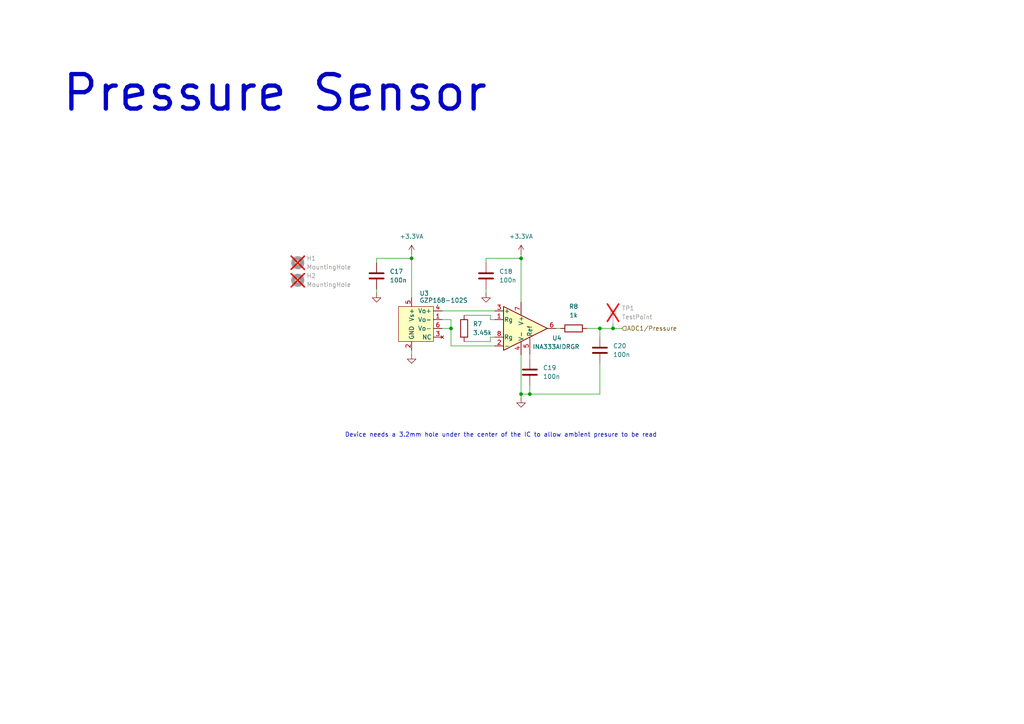
<source format=kicad_sch>
(kicad_sch
	(version 20250114)
	(generator "eeschema")
	(generator_version "9.0")
	(uuid "a2d8bec4-5697-465e-9da2-a6a2a4c462d3")
	(paper "A4")
	(lib_symbols
		(symbol "Amplifier_Instrumentation:INA333xxDGK"
			(pin_names
				(offset 0.127)
			)
			(exclude_from_sim no)
			(in_bom yes)
			(on_board yes)
			(property "Reference" "U"
				(at 3.81 3.175 0)
				(effects
					(font
						(size 1.27 1.27)
					)
					(justify left)
				)
			)
			(property "Value" "INA333xxDGK"
				(at 3.81 -3.175 0)
				(effects
					(font
						(size 1.27 1.27)
					)
					(justify left)
				)
			)
			(property "Footprint" "Package_SO:VSSOP-8_3x3mm_P0.65mm"
				(at 0 -7.62 0)
				(effects
					(font
						(size 1.27 1.27)
					)
					(hide yes)
				)
			)
			(property "Datasheet" "https://www.ti.com/lit/ds/symlink/ina333.pdf"
				(at 2.54 0 0)
				(effects
					(font
						(size 1.27 1.27)
					)
					(hide yes)
				)
			)
			(property "Description" "Zero Drift, Micropower Instrumentation Amplifier G = 1 + 100kOhm/Rg, VSSOP-8"
				(at 0 0 0)
				(effects
					(font
						(size 1.27 1.27)
					)
					(hide yes)
				)
			)
			(property "ki_keywords" "instrumentation opamp amplifier"
				(at 0 0 0)
				(effects
					(font
						(size 1.27 1.27)
					)
					(hide yes)
				)
			)
			(property "ki_fp_filters" "VSSOP*3x3mm*P0.65mm*"
				(at 0 0 0)
				(effects
					(font
						(size 1.27 1.27)
					)
					(hide yes)
				)
			)
			(symbol "INA333xxDGK_0_1"
				(polyline
					(pts
						(xy 7.62 0) (xy -5.08 6.35) (xy -5.08 -6.35) (xy 7.62 0)
					)
					(stroke
						(width 0.254)
						(type default)
					)
					(fill
						(type background)
					)
				)
			)
			(symbol "INA333xxDGK_1_1"
				(pin input line
					(at -7.62 5.08 0)
					(length 2.54)
					(name "+"
						(effects
							(font
								(size 1.27 1.27)
							)
						)
					)
					(number "3"
						(effects
							(font
								(size 1.27 1.27)
							)
						)
					)
				)
				(pin passive line
					(at -7.62 2.54 0)
					(length 2.54)
					(name "Rg"
						(effects
							(font
								(size 1.27 1.27)
							)
						)
					)
					(number "1"
						(effects
							(font
								(size 1.27 1.27)
							)
						)
					)
				)
				(pin passive line
					(at -7.62 -2.54 0)
					(length 2.54)
					(name "Rg"
						(effects
							(font
								(size 1.27 1.27)
							)
						)
					)
					(number "8"
						(effects
							(font
								(size 1.27 1.27)
							)
						)
					)
				)
				(pin input line
					(at -7.62 -5.08 0)
					(length 2.54)
					(name "-"
						(effects
							(font
								(size 1.27 1.27)
							)
						)
					)
					(number "2"
						(effects
							(font
								(size 1.27 1.27)
							)
						)
					)
				)
				(pin power_in line
					(at 0 7.62 270)
					(length 3.81)
					(name "V+"
						(effects
							(font
								(size 1.27 1.27)
							)
						)
					)
					(number "7"
						(effects
							(font
								(size 1.27 1.27)
							)
						)
					)
				)
				(pin power_in line
					(at 0 -7.62 90)
					(length 3.81)
					(name "V-"
						(effects
							(font
								(size 1.27 1.27)
							)
						)
					)
					(number "4"
						(effects
							(font
								(size 1.27 1.27)
							)
						)
					)
				)
				(pin input line
					(at 2.54 -7.62 90)
					(length 5.08)
					(name "Ref"
						(effects
							(font
								(size 1.27 1.27)
							)
						)
					)
					(number "5"
						(effects
							(font
								(size 1.27 1.27)
							)
						)
					)
				)
				(pin output line
					(at 10.16 0 180)
					(length 2.54)
					(name "~"
						(effects
							(font
								(size 1.27 1.27)
							)
						)
					)
					(number "6"
						(effects
							(font
								(size 1.27 1.27)
							)
						)
					)
				)
			)
			(embedded_fonts no)
		)
		(symbol "Connector:TestPoint"
			(pin_numbers
				(hide yes)
			)
			(pin_names
				(offset 0.762)
				(hide yes)
			)
			(exclude_from_sim no)
			(in_bom yes)
			(on_board yes)
			(property "Reference" "TP"
				(at 0 6.858 0)
				(effects
					(font
						(size 1.27 1.27)
					)
				)
			)
			(property "Value" "TestPoint"
				(at 0 5.08 0)
				(effects
					(font
						(size 1.27 1.27)
					)
				)
			)
			(property "Footprint" ""
				(at 5.08 0 0)
				(effects
					(font
						(size 1.27 1.27)
					)
					(hide yes)
				)
			)
			(property "Datasheet" "~"
				(at 5.08 0 0)
				(effects
					(font
						(size 1.27 1.27)
					)
					(hide yes)
				)
			)
			(property "Description" "test point"
				(at 0 0 0)
				(effects
					(font
						(size 1.27 1.27)
					)
					(hide yes)
				)
			)
			(property "ki_keywords" "test point tp"
				(at 0 0 0)
				(effects
					(font
						(size 1.27 1.27)
					)
					(hide yes)
				)
			)
			(property "ki_fp_filters" "Pin* Test*"
				(at 0 0 0)
				(effects
					(font
						(size 1.27 1.27)
					)
					(hide yes)
				)
			)
			(symbol "TestPoint_0_1"
				(circle
					(center 0 3.302)
					(radius 0.762)
					(stroke
						(width 0)
						(type default)
					)
					(fill
						(type none)
					)
				)
			)
			(symbol "TestPoint_1_1"
				(pin passive line
					(at 0 0 90)
					(length 2.54)
					(name "1"
						(effects
							(font
								(size 1.27 1.27)
							)
						)
					)
					(number "1"
						(effects
							(font
								(size 1.27 1.27)
							)
						)
					)
				)
			)
			(embedded_fonts no)
		)
		(symbol "Device:C"
			(pin_numbers
				(hide yes)
			)
			(pin_names
				(offset 0.254)
			)
			(exclude_from_sim no)
			(in_bom yes)
			(on_board yes)
			(property "Reference" "C"
				(at 0.635 2.54 0)
				(effects
					(font
						(size 1.27 1.27)
					)
					(justify left)
				)
			)
			(property "Value" "C"
				(at 0.635 -2.54 0)
				(effects
					(font
						(size 1.27 1.27)
					)
					(justify left)
				)
			)
			(property "Footprint" ""
				(at 0.9652 -3.81 0)
				(effects
					(font
						(size 1.27 1.27)
					)
					(hide yes)
				)
			)
			(property "Datasheet" "~"
				(at 0 0 0)
				(effects
					(font
						(size 1.27 1.27)
					)
					(hide yes)
				)
			)
			(property "Description" "Unpolarized capacitor"
				(at 0 0 0)
				(effects
					(font
						(size 1.27 1.27)
					)
					(hide yes)
				)
			)
			(property "ki_keywords" "cap capacitor"
				(at 0 0 0)
				(effects
					(font
						(size 1.27 1.27)
					)
					(hide yes)
				)
			)
			(property "ki_fp_filters" "C_*"
				(at 0 0 0)
				(effects
					(font
						(size 1.27 1.27)
					)
					(hide yes)
				)
			)
			(symbol "C_0_1"
				(polyline
					(pts
						(xy -2.032 0.762) (xy 2.032 0.762)
					)
					(stroke
						(width 0.508)
						(type default)
					)
					(fill
						(type none)
					)
				)
				(polyline
					(pts
						(xy -2.032 -0.762) (xy 2.032 -0.762)
					)
					(stroke
						(width 0.508)
						(type default)
					)
					(fill
						(type none)
					)
				)
			)
			(symbol "C_1_1"
				(pin passive line
					(at 0 3.81 270)
					(length 2.794)
					(name "~"
						(effects
							(font
								(size 1.27 1.27)
							)
						)
					)
					(number "1"
						(effects
							(font
								(size 1.27 1.27)
							)
						)
					)
				)
				(pin passive line
					(at 0 -3.81 90)
					(length 2.794)
					(name "~"
						(effects
							(font
								(size 1.27 1.27)
							)
						)
					)
					(number "2"
						(effects
							(font
								(size 1.27 1.27)
							)
						)
					)
				)
			)
			(embedded_fonts no)
		)
		(symbol "Device:R"
			(pin_numbers
				(hide yes)
			)
			(pin_names
				(offset 0)
			)
			(exclude_from_sim no)
			(in_bom yes)
			(on_board yes)
			(property "Reference" "R"
				(at 2.032 0 90)
				(effects
					(font
						(size 1.27 1.27)
					)
				)
			)
			(property "Value" "R"
				(at 0 0 90)
				(effects
					(font
						(size 1.27 1.27)
					)
				)
			)
			(property "Footprint" ""
				(at -1.778 0 90)
				(effects
					(font
						(size 1.27 1.27)
					)
					(hide yes)
				)
			)
			(property "Datasheet" "~"
				(at 0 0 0)
				(effects
					(font
						(size 1.27 1.27)
					)
					(hide yes)
				)
			)
			(property "Description" "Resistor"
				(at 0 0 0)
				(effects
					(font
						(size 1.27 1.27)
					)
					(hide yes)
				)
			)
			(property "ki_keywords" "R res resistor"
				(at 0 0 0)
				(effects
					(font
						(size 1.27 1.27)
					)
					(hide yes)
				)
			)
			(property "ki_fp_filters" "R_*"
				(at 0 0 0)
				(effects
					(font
						(size 1.27 1.27)
					)
					(hide yes)
				)
			)
			(symbol "R_0_1"
				(rectangle
					(start -1.016 -2.54)
					(end 1.016 2.54)
					(stroke
						(width 0.254)
						(type default)
					)
					(fill
						(type none)
					)
				)
			)
			(symbol "R_1_1"
				(pin passive line
					(at 0 3.81 270)
					(length 1.27)
					(name "~"
						(effects
							(font
								(size 1.27 1.27)
							)
						)
					)
					(number "1"
						(effects
							(font
								(size 1.27 1.27)
							)
						)
					)
				)
				(pin passive line
					(at 0 -3.81 90)
					(length 1.27)
					(name "~"
						(effects
							(font
								(size 1.27 1.27)
							)
						)
					)
					(number "2"
						(effects
							(font
								(size 1.27 1.27)
							)
						)
					)
				)
			)
			(embedded_fonts no)
		)
		(symbol "Mechanical:MountingHole"
			(pin_names
				(offset 1.016)
			)
			(exclude_from_sim no)
			(in_bom no)
			(on_board yes)
			(property "Reference" "H"
				(at 0 5.08 0)
				(effects
					(font
						(size 1.27 1.27)
					)
				)
			)
			(property "Value" "MountingHole"
				(at 0 3.175 0)
				(effects
					(font
						(size 1.27 1.27)
					)
				)
			)
			(property "Footprint" ""
				(at 0 0 0)
				(effects
					(font
						(size 1.27 1.27)
					)
					(hide yes)
				)
			)
			(property "Datasheet" "~"
				(at 0 0 0)
				(effects
					(font
						(size 1.27 1.27)
					)
					(hide yes)
				)
			)
			(property "Description" "Mounting Hole without connection"
				(at 0 0 0)
				(effects
					(font
						(size 1.27 1.27)
					)
					(hide yes)
				)
			)
			(property "ki_keywords" "mounting hole"
				(at 0 0 0)
				(effects
					(font
						(size 1.27 1.27)
					)
					(hide yes)
				)
			)
			(property "ki_fp_filters" "MountingHole*"
				(at 0 0 0)
				(effects
					(font
						(size 1.27 1.27)
					)
					(hide yes)
				)
			)
			(symbol "MountingHole_0_1"
				(circle
					(center 0 0)
					(radius 1.27)
					(stroke
						(width 1.27)
						(type default)
					)
					(fill
						(type none)
					)
				)
			)
			(embedded_fonts no)
		)
		(symbol "Tutor_Common_Parts:GZP168-102S"
			(exclude_from_sim no)
			(in_bom yes)
			(on_board yes)
			(property "Reference" "U"
				(at 0 0 0)
				(effects
					(font
						(size 1.27 1.27)
					)
				)
			)
			(property "Value" "GZP168-102S"
				(at 0 0 0)
				(effects
					(font
						(size 1.27 1.27)
					)
				)
			)
			(property "Footprint" ""
				(at 0 0 0)
				(effects
					(font
						(size 1.27 1.27)
					)
					(hide yes)
				)
			)
			(property "Datasheet" "https://lcsc.com/datasheet/lcsc_datasheet_2206302000_Sencoch-Semiconductor-GZP168-102S_C3037990.pdf"
				(at 0 0 0)
				(effects
					(font
						(size 1.27 1.27)
					)
					(hide yes)
				)
			)
			(property "Description" ""
				(at 0 0 0)
				(effects
					(font
						(size 1.27 1.27)
					)
					(hide yes)
				)
			)
			(symbol "GZP168-102S_1_1"
				(rectangle
					(start -3.81 5.08)
					(end 6.35 -5.08)
					(stroke
						(width 0)
						(type solid)
					)
					(fill
						(type background)
					)
				)
				(pin power_in line
					(at 0 7.62 270)
					(length 2.54)
					(name "Vs+"
						(effects
							(font
								(size 1.27 1.27)
							)
						)
					)
					(number "5"
						(effects
							(font
								(size 1.27 1.27)
							)
						)
					)
				)
				(pin power_out line
					(at 0 -7.62 90)
					(length 2.54)
					(name "GND"
						(effects
							(font
								(size 1.27 1.27)
							)
						)
					)
					(number "2"
						(effects
							(font
								(size 1.27 1.27)
							)
						)
					)
				)
				(pin output line
					(at 8.89 3.81 180)
					(length 2.54)
					(name "Vo+"
						(effects
							(font
								(size 1.27 1.27)
							)
						)
					)
					(number "4"
						(effects
							(font
								(size 1.27 1.27)
							)
						)
					)
				)
				(pin output line
					(at 8.89 1.27 180)
					(length 2.54)
					(name "Vo-"
						(effects
							(font
								(size 1.27 1.27)
							)
						)
					)
					(number "1"
						(effects
							(font
								(size 1.27 1.27)
							)
						)
					)
				)
				(pin output line
					(at 8.89 -1.27 180)
					(length 2.54)
					(name "Vo-"
						(effects
							(font
								(size 1.27 1.27)
							)
						)
					)
					(number "6"
						(effects
							(font
								(size 1.27 1.27)
							)
						)
					)
				)
				(pin no_connect line
					(at 8.89 -3.81 180)
					(length 2.54)
					(name "NC"
						(effects
							(font
								(size 1.27 1.27)
							)
						)
					)
					(number "3"
						(effects
							(font
								(size 1.27 1.27)
							)
						)
					)
				)
			)
			(embedded_fonts no)
		)
		(symbol "power:+3.3V"
			(power)
			(pin_numbers
				(hide yes)
			)
			(pin_names
				(offset 0)
				(hide yes)
			)
			(exclude_from_sim no)
			(in_bom yes)
			(on_board yes)
			(property "Reference" "#PWR"
				(at 0 -3.81 0)
				(effects
					(font
						(size 1.27 1.27)
					)
					(hide yes)
				)
			)
			(property "Value" "+3.3V"
				(at 0 3.556 0)
				(effects
					(font
						(size 1.27 1.27)
					)
				)
			)
			(property "Footprint" ""
				(at 0 0 0)
				(effects
					(font
						(size 1.27 1.27)
					)
					(hide yes)
				)
			)
			(property "Datasheet" ""
				(at 0 0 0)
				(effects
					(font
						(size 1.27 1.27)
					)
					(hide yes)
				)
			)
			(property "Description" "Power symbol creates a global label with name \"+3.3V\""
				(at 0 0 0)
				(effects
					(font
						(size 1.27 1.27)
					)
					(hide yes)
				)
			)
			(property "ki_keywords" "global power"
				(at 0 0 0)
				(effects
					(font
						(size 1.27 1.27)
					)
					(hide yes)
				)
			)
			(symbol "+3.3V_0_1"
				(polyline
					(pts
						(xy -0.762 1.27) (xy 0 2.54)
					)
					(stroke
						(width 0)
						(type default)
					)
					(fill
						(type none)
					)
				)
				(polyline
					(pts
						(xy 0 2.54) (xy 0.762 1.27)
					)
					(stroke
						(width 0)
						(type default)
					)
					(fill
						(type none)
					)
				)
				(polyline
					(pts
						(xy 0 0) (xy 0 2.54)
					)
					(stroke
						(width 0)
						(type default)
					)
					(fill
						(type none)
					)
				)
			)
			(symbol "+3.3V_1_1"
				(pin power_in line
					(at 0 0 90)
					(length 0)
					(name "~"
						(effects
							(font
								(size 1.27 1.27)
							)
						)
					)
					(number "1"
						(effects
							(font
								(size 1.27 1.27)
							)
						)
					)
				)
			)
			(embedded_fonts no)
		)
		(symbol "power:GND"
			(power)
			(pin_numbers
				(hide yes)
			)
			(pin_names
				(offset 0)
				(hide yes)
			)
			(exclude_from_sim no)
			(in_bom yes)
			(on_board yes)
			(property "Reference" "#PWR"
				(at 0 -6.35 0)
				(effects
					(font
						(size 1.27 1.27)
					)
					(hide yes)
				)
			)
			(property "Value" "GND"
				(at 0 -3.81 0)
				(effects
					(font
						(size 1.27 1.27)
					)
				)
			)
			(property "Footprint" ""
				(at 0 0 0)
				(effects
					(font
						(size 1.27 1.27)
					)
					(hide yes)
				)
			)
			(property "Datasheet" ""
				(at 0 0 0)
				(effects
					(font
						(size 1.27 1.27)
					)
					(hide yes)
				)
			)
			(property "Description" "Power symbol creates a global label with name \"GND\" , ground"
				(at 0 0 0)
				(effects
					(font
						(size 1.27 1.27)
					)
					(hide yes)
				)
			)
			(property "ki_keywords" "global power"
				(at 0 0 0)
				(effects
					(font
						(size 1.27 1.27)
					)
					(hide yes)
				)
			)
			(symbol "GND_0_1"
				(polyline
					(pts
						(xy 0 0) (xy 0 -1.27) (xy 1.27 -1.27) (xy 0 -2.54) (xy -1.27 -1.27) (xy 0 -1.27)
					)
					(stroke
						(width 0)
						(type default)
					)
					(fill
						(type none)
					)
				)
			)
			(symbol "GND_1_1"
				(pin power_in line
					(at 0 0 270)
					(length 0)
					(name "~"
						(effects
							(font
								(size 1.27 1.27)
							)
						)
					)
					(number "1"
						(effects
							(font
								(size 1.27 1.27)
							)
						)
					)
				)
			)
			(embedded_fonts no)
		)
	)
	(text "Device needs a 3.2mm hole under the center of the IC to allow ambient presure to be read"
		(exclude_from_sim no)
		(at 145.288 126.238 0)
		(effects
			(font
				(size 1.27 1.27)
			)
		)
		(uuid "4a5f02f2-54b4-4d2d-b199-3c194c140a97")
	)
	(text "Pressure Sensor"
		(exclude_from_sim no)
		(at 79.756 27.178 0)
		(effects
			(font
				(size 10 10)
				(thickness 1.25)
			)
		)
		(uuid "d6f23eac-daf9-4cb4-beac-2eeb47e7e119")
	)
	(junction
		(at 151.13 114.3)
		(diameter 0)
		(color 0 0 0 0)
		(uuid "08514d10-f7b2-4cef-be41-b71984725744")
	)
	(junction
		(at 130.81 95.25)
		(diameter 0)
		(color 0 0 0 0)
		(uuid "0945cbe9-1add-4904-95a6-d24ee63fac4d")
	)
	(junction
		(at 173.99 95.25)
		(diameter 0)
		(color 0 0 0 0)
		(uuid "0a5d9f02-2c0a-4ba2-a656-bc8c8b6c2d7a")
	)
	(junction
		(at 119.38 74.93)
		(diameter 0)
		(color 0 0 0 0)
		(uuid "6eadd2c7-b626-4d9c-a45f-55af1dff498f")
	)
	(junction
		(at 153.67 114.3)
		(diameter 0)
		(color 0 0 0 0)
		(uuid "d0d0ad3b-7724-4066-b969-55518d22afca")
	)
	(junction
		(at 151.13 74.93)
		(diameter 0)
		(color 0 0 0 0)
		(uuid "f7e86d4d-aeaf-43d7-9b31-bdaca5a4878f")
	)
	(junction
		(at 177.8 95.25)
		(diameter 0)
		(color 0 0 0 0)
		(uuid "fb6edaed-d8c3-46bb-b69c-dd1a56880963")
	)
	(wire
		(pts
			(xy 140.97 76.2) (xy 140.97 74.93)
		)
		(stroke
			(width 0)
			(type default)
		)
		(uuid "0455901d-18f6-40b3-82f1-e8ed06c7c056")
	)
	(wire
		(pts
			(xy 134.62 99.06) (xy 142.24 99.06)
		)
		(stroke
			(width 0)
			(type default)
		)
		(uuid "06b921bb-b7bb-4f39-97e4-f962c3101313")
	)
	(wire
		(pts
			(xy 151.13 102.87) (xy 151.13 114.3)
		)
		(stroke
			(width 0)
			(type default)
		)
		(uuid "0ada0b6f-be02-425e-a0a3-89c48569229d")
	)
	(wire
		(pts
			(xy 128.27 92.71) (xy 130.81 92.71)
		)
		(stroke
			(width 0)
			(type default)
		)
		(uuid "18f9759e-4110-4935-89e3-c30945680e37")
	)
	(wire
		(pts
			(xy 119.38 101.6) (xy 119.38 102.87)
		)
		(stroke
			(width 0)
			(type default)
		)
		(uuid "1b17f3ed-9431-4229-8f9b-9efc73ab158a")
	)
	(wire
		(pts
			(xy 173.99 95.25) (xy 173.99 97.79)
		)
		(stroke
			(width 0)
			(type default)
		)
		(uuid "1db5a451-8142-47e1-bff3-49fd28f28672")
	)
	(wire
		(pts
			(xy 151.13 114.3) (xy 153.67 114.3)
		)
		(stroke
			(width 0)
			(type default)
		)
		(uuid "28e9a848-232c-4612-8802-7296c9db233e")
	)
	(wire
		(pts
			(xy 153.67 102.87) (xy 153.67 104.14)
		)
		(stroke
			(width 0)
			(type default)
		)
		(uuid "2b702dfe-7a7d-473d-bc35-9f47799b93e2")
	)
	(wire
		(pts
			(xy 151.13 74.93) (xy 151.13 87.63)
		)
		(stroke
			(width 0)
			(type default)
		)
		(uuid "393f3aec-410f-46e2-874a-b224e828a598")
	)
	(wire
		(pts
			(xy 151.13 114.3) (xy 151.13 115.57)
		)
		(stroke
			(width 0)
			(type default)
		)
		(uuid "3ec7196d-55ce-47b5-87d5-ddb4adfa848a")
	)
	(wire
		(pts
			(xy 140.97 83.82) (xy 140.97 85.09)
		)
		(stroke
			(width 0)
			(type default)
		)
		(uuid "499acfbf-4abf-4389-85cc-cca4115d8d6b")
	)
	(wire
		(pts
			(xy 119.38 73.66) (xy 119.38 74.93)
		)
		(stroke
			(width 0)
			(type default)
		)
		(uuid "527a0326-e2df-4bda-b315-d96ac81c41ca")
	)
	(wire
		(pts
			(xy 170.18 95.25) (xy 173.99 95.25)
		)
		(stroke
			(width 0)
			(type default)
		)
		(uuid "5982e606-246a-48c4-9fa0-47757a240dd0")
	)
	(wire
		(pts
			(xy 143.51 92.71) (xy 142.24 92.71)
		)
		(stroke
			(width 0)
			(type default)
		)
		(uuid "631c470a-fa90-4c0f-bebf-63d49f336957")
	)
	(wire
		(pts
			(xy 134.62 91.44) (xy 142.24 91.44)
		)
		(stroke
			(width 0)
			(type default)
		)
		(uuid "75561815-0356-4e10-8140-6f1e849103f2")
	)
	(wire
		(pts
			(xy 142.24 97.79) (xy 143.51 97.79)
		)
		(stroke
			(width 0)
			(type default)
		)
		(uuid "7623a674-c6c2-4bae-b959-0a98fd3bbd97")
	)
	(wire
		(pts
			(xy 109.22 83.82) (xy 109.22 85.09)
		)
		(stroke
			(width 0)
			(type default)
		)
		(uuid "90eaa289-8eae-441a-a389-528d4924c0ec")
	)
	(wire
		(pts
			(xy 130.81 92.71) (xy 130.81 95.25)
		)
		(stroke
			(width 0)
			(type default)
		)
		(uuid "9321818d-b722-465a-bf79-a1cb7c7967d5")
	)
	(wire
		(pts
			(xy 142.24 92.71) (xy 142.24 91.44)
		)
		(stroke
			(width 0)
			(type default)
		)
		(uuid "98d53768-d9ee-4ab0-8eb4-1d5a11dc2442")
	)
	(wire
		(pts
			(xy 119.38 74.93) (xy 119.38 86.36)
		)
		(stroke
			(width 0)
			(type default)
		)
		(uuid "9ab91689-84a6-4475-9474-2c9fb5119bdc")
	)
	(wire
		(pts
			(xy 161.29 95.25) (xy 162.56 95.25)
		)
		(stroke
			(width 0)
			(type default)
		)
		(uuid "a2b45b78-52e8-4c36-9ab5-57ced14d7f06")
	)
	(wire
		(pts
			(xy 177.8 95.25) (xy 180.34 95.25)
		)
		(stroke
			(width 0)
			(type default)
		)
		(uuid "a399c4a0-a9bd-4008-8587-673f5c624fbb")
	)
	(wire
		(pts
			(xy 128.27 90.17) (xy 143.51 90.17)
		)
		(stroke
			(width 0)
			(type default)
		)
		(uuid "b4d9c1b7-6f9e-4fac-b039-f5fab4660f9a")
	)
	(wire
		(pts
			(xy 109.22 74.93) (xy 119.38 74.93)
		)
		(stroke
			(width 0)
			(type default)
		)
		(uuid "b559af44-2993-4f56-afe5-9224973169f2")
	)
	(wire
		(pts
			(xy 173.99 105.41) (xy 173.99 114.3)
		)
		(stroke
			(width 0)
			(type default)
		)
		(uuid "b743b1d6-ce6f-478b-943d-5f6f38932dcc")
	)
	(wire
		(pts
			(xy 153.67 111.76) (xy 153.67 114.3)
		)
		(stroke
			(width 0)
			(type default)
		)
		(uuid "bf6f055c-e607-4ccd-afcf-330e8993579e")
	)
	(wire
		(pts
			(xy 153.67 114.3) (xy 173.99 114.3)
		)
		(stroke
			(width 0)
			(type default)
		)
		(uuid "c015749e-c377-4aec-89bb-c17846213227")
	)
	(wire
		(pts
			(xy 109.22 76.2) (xy 109.22 74.93)
		)
		(stroke
			(width 0)
			(type default)
		)
		(uuid "c2737401-bc1e-4f12-94ec-559092584f6d")
	)
	(wire
		(pts
			(xy 140.97 74.93) (xy 151.13 74.93)
		)
		(stroke
			(width 0)
			(type default)
		)
		(uuid "c67257cb-0fa7-489e-9011-e33f016bde60")
	)
	(wire
		(pts
			(xy 142.24 99.06) (xy 142.24 97.79)
		)
		(stroke
			(width 0)
			(type default)
		)
		(uuid "cb2396ca-8a53-4396-8898-c1fb39aecfd5")
	)
	(wire
		(pts
			(xy 177.8 93.98) (xy 177.8 95.25)
		)
		(stroke
			(width 0)
			(type default)
		)
		(uuid "ccfa18e0-61f0-4fba-ac2a-a083c02cd3d7")
	)
	(wire
		(pts
			(xy 151.13 73.66) (xy 151.13 74.93)
		)
		(stroke
			(width 0)
			(type default)
		)
		(uuid "dd1adeb5-2f68-4694-b821-a738d637ba9e")
	)
	(wire
		(pts
			(xy 173.99 95.25) (xy 177.8 95.25)
		)
		(stroke
			(width 0)
			(type default)
		)
		(uuid "e21f8f34-0582-4612-9ae1-af0457b1a8b0")
	)
	(wire
		(pts
			(xy 130.81 100.33) (xy 130.81 95.25)
		)
		(stroke
			(width 0)
			(type default)
		)
		(uuid "eb824938-b537-48d0-a431-cdf7dcecb4d5")
	)
	(wire
		(pts
			(xy 128.27 95.25) (xy 130.81 95.25)
		)
		(stroke
			(width 0)
			(type default)
		)
		(uuid "ec140d86-732f-49af-a981-24572c367037")
	)
	(wire
		(pts
			(xy 143.51 100.33) (xy 130.81 100.33)
		)
		(stroke
			(width 0)
			(type default)
		)
		(uuid "ef2f97f2-becc-435e-85c3-5e8748a0031f")
	)
	(hierarchical_label "ADC1{slash}Pressure"
		(shape input)
		(at 180.34 95.25 0)
		(effects
			(font
				(size 1.27 1.27)
			)
			(justify left)
		)
		(uuid "11a9670d-5982-4814-8285-6b48f0b24142")
	)
	(symbol
		(lib_id "Tutor_Common_Parts:GZP168-102S")
		(at 119.38 93.98 0)
		(unit 1)
		(exclude_from_sim no)
		(in_bom yes)
		(on_board yes)
		(dnp no)
		(uuid "2cedb045-c209-40c3-8b2f-d538f0f18ded")
		(property "Reference" "U3"
			(at 121.666 85.09 0)
			(effects
				(font
					(size 1.27 1.27)
				)
				(justify left)
			)
		)
		(property "Value" "GZP168-102S"
			(at 121.666 87.122 0)
			(effects
				(font
					(size 1.27 1.27)
				)
				(justify left)
			)
		)
		(property "Footprint" "Tutor_Common_Parts:GZP168-102S"
			(at 119.38 93.98 0)
			(effects
				(font
					(size 1.27 1.27)
				)
				(hide yes)
			)
		)
		(property "Datasheet" "https://lcsc.com/datasheet/lcsc_datasheet_2206302000_Sencoch-Semiconductor-GZP168-102S_C3037990.pdf"
			(at 119.38 93.98 0)
			(effects
				(font
					(size 1.27 1.27)
				)
				(hide yes)
			)
		)
		(property "Description" ""
			(at 119.38 93.98 0)
			(effects
				(font
					(size 1.27 1.27)
				)
				(hide yes)
			)
		)
		(property "JLCPCB Part Number" "C3037990"
			(at 119.38 93.98 0)
			(effects
				(font
					(size 1.27 1.27)
				)
				(hide yes)
			)
		)
		(property "Sim.Device" ""
			(at 119.38 93.98 0)
			(effects
				(font
					(size 1.27 1.27)
				)
				(hide yes)
			)
		)
		(property "Price" ""
			(at 119.38 93.98 0)
			(effects
				(font
					(size 1.27 1.27)
				)
				(hide yes)
			)
		)
		(pin "3"
			(uuid "d07504e9-55fe-489a-abbf-a096504b6f42")
		)
		(pin "1"
			(uuid "eb6ddec2-e5d2-4fa9-9905-f4a6601227d1")
		)
		(pin "6"
			(uuid "ac4699f2-52ce-4f7a-af52-531a40b7c5fb")
		)
		(pin "2"
			(uuid "5db298e5-cdf1-4fc0-b3f2-0c4c2fe3687b")
		)
		(pin "5"
			(uuid "af608479-1320-4d91-b794-1c16dfbf43fd")
		)
		(pin "4"
			(uuid "18ab9415-9cd2-483d-b236-460714d2e197")
		)
		(instances
			(project ""
				(path "/a6f3a972-4b98-4ef5-94a6-5eec20dfd371/f6e2cb17-1138-48eb-a773-4877d9aeee7d"
					(reference "U3")
					(unit 1)
				)
			)
		)
	)
	(symbol
		(lib_id "Connector:TestPoint")
		(at 177.8 93.98 0)
		(unit 1)
		(exclude_from_sim no)
		(in_bom no)
		(on_board yes)
		(dnp yes)
		(fields_autoplaced yes)
		(uuid "34478b6c-5014-4655-ac0b-730e8a59b169")
		(property "Reference" "TP1"
			(at 180.34 89.4079 0)
			(effects
				(font
					(size 1.27 1.27)
				)
				(justify left)
			)
		)
		(property "Value" "TestPoint"
			(at 180.34 91.9479 0)
			(effects
				(font
					(size 1.27 1.27)
				)
				(justify left)
			)
		)
		(property "Footprint" "TestPoint:TestPoint_Pad_D1.0mm"
			(at 182.88 93.98 0)
			(effects
				(font
					(size 1.27 1.27)
				)
				(hide yes)
			)
		)
		(property "Datasheet" "~"
			(at 182.88 93.98 0)
			(effects
				(font
					(size 1.27 1.27)
				)
				(hide yes)
			)
		)
		(property "Description" "test point"
			(at 177.8 93.98 0)
			(effects
				(font
					(size 1.27 1.27)
				)
				(hide yes)
			)
		)
		(property "JLCPCB Part Number" ""
			(at 177.8 93.98 0)
			(effects
				(font
					(size 1.27 1.27)
				)
				(hide yes)
			)
		)
		(property "Sim.Device" ""
			(at 177.8 93.98 0)
			(effects
				(font
					(size 1.27 1.27)
				)
				(hide yes)
			)
		)
		(property "Price" ""
			(at 177.8 93.98 0)
			(effects
				(font
					(size 1.27 1.27)
				)
				(hide yes)
			)
		)
		(pin "1"
			(uuid "dbb8c08a-10fa-46de-8ad0-e3ef5ae4b4a7")
		)
		(instances
			(project ""
				(path "/a6f3a972-4b98-4ef5-94a6-5eec20dfd371/f6e2cb17-1138-48eb-a773-4877d9aeee7d"
					(reference "TP1")
					(unit 1)
				)
			)
		)
	)
	(symbol
		(lib_id "Mechanical:MountingHole")
		(at 86.36 81.28 0)
		(unit 1)
		(exclude_from_sim no)
		(in_bom no)
		(on_board yes)
		(dnp yes)
		(fields_autoplaced yes)
		(uuid "3e951ae6-7446-4090-aa0c-80bf64c066d3")
		(property "Reference" "H2"
			(at 88.9 80.0099 0)
			(effects
				(font
					(size 1.27 1.27)
				)
				(justify left)
			)
		)
		(property "Value" "MountingHole"
			(at 88.9 82.5499 0)
			(effects
				(font
					(size 1.27 1.27)
				)
				(justify left)
			)
		)
		(property "Footprint" "MountingHole:MountingHole_3.2mm_M3"
			(at 86.36 81.28 0)
			(effects
				(font
					(size 1.27 1.27)
				)
				(hide yes)
			)
		)
		(property "Datasheet" "~"
			(at 86.36 81.28 0)
			(effects
				(font
					(size 1.27 1.27)
				)
				(hide yes)
			)
		)
		(property "Description" "Mounting Hole without connection"
			(at 86.36 81.28 0)
			(effects
				(font
					(size 1.27 1.27)
				)
				(hide yes)
			)
		)
		(property "JLCPCB Part Number" ""
			(at 86.36 81.28 0)
			(effects
				(font
					(size 1.27 1.27)
				)
				(hide yes)
			)
		)
		(property "Sim.Device" ""
			(at 86.36 81.28 0)
			(effects
				(font
					(size 1.27 1.27)
				)
				(hide yes)
			)
		)
		(property "Price" ""
			(at 86.36 81.28 0)
			(effects
				(font
					(size 1.27 1.27)
				)
				(hide yes)
			)
		)
		(instances
			(project "Cain_V1.0"
				(path "/a6f3a972-4b98-4ef5-94a6-5eec20dfd371/f6e2cb17-1138-48eb-a773-4877d9aeee7d"
					(reference "H2")
					(unit 1)
				)
			)
		)
	)
	(symbol
		(lib_id "Mechanical:MountingHole")
		(at 86.36 76.2 0)
		(unit 1)
		(exclude_from_sim no)
		(in_bom no)
		(on_board yes)
		(dnp yes)
		(fields_autoplaced yes)
		(uuid "74038ac1-f151-4cac-8f0b-2df1863022aa")
		(property "Reference" "H1"
			(at 88.9 74.9299 0)
			(effects
				(font
					(size 1.27 1.27)
				)
				(justify left)
			)
		)
		(property "Value" "MountingHole"
			(at 88.9 77.4699 0)
			(effects
				(font
					(size 1.27 1.27)
				)
				(justify left)
			)
		)
		(property "Footprint" "MountingHole:MountingHole_3.2mm_M3"
			(at 86.36 76.2 0)
			(effects
				(font
					(size 1.27 1.27)
				)
				(hide yes)
			)
		)
		(property "Datasheet" "~"
			(at 86.36 76.2 0)
			(effects
				(font
					(size 1.27 1.27)
				)
				(hide yes)
			)
		)
		(property "Description" "Mounting Hole without connection"
			(at 86.36 76.2 0)
			(effects
				(font
					(size 1.27 1.27)
				)
				(hide yes)
			)
		)
		(property "JLCPCB Part Number" ""
			(at 86.36 76.2 0)
			(effects
				(font
					(size 1.27 1.27)
				)
				(hide yes)
			)
		)
		(property "Sim.Device" ""
			(at 86.36 76.2 0)
			(effects
				(font
					(size 1.27 1.27)
				)
				(hide yes)
			)
		)
		(property "Price" ""
			(at 86.36 76.2 0)
			(effects
				(font
					(size 1.27 1.27)
				)
				(hide yes)
			)
		)
		(instances
			(project ""
				(path "/a6f3a972-4b98-4ef5-94a6-5eec20dfd371/f6e2cb17-1138-48eb-a773-4877d9aeee7d"
					(reference "H1")
					(unit 1)
				)
			)
		)
	)
	(symbol
		(lib_id "Device:R")
		(at 134.62 95.25 0)
		(unit 1)
		(exclude_from_sim no)
		(in_bom yes)
		(on_board yes)
		(dnp no)
		(fields_autoplaced yes)
		(uuid "776713fb-78bc-40e8-9584-776e4135f110")
		(property "Reference" "R7"
			(at 137.16 93.9799 0)
			(effects
				(font
					(size 1.27 1.27)
				)
				(justify left)
			)
		)
		(property "Value" "3.45k"
			(at 137.16 96.5199 0)
			(effects
				(font
					(size 1.27 1.27)
				)
				(justify left)
			)
		)
		(property "Footprint" "Resistor_SMD:R_0402_1005Metric"
			(at 132.842 95.25 90)
			(effects
				(font
					(size 1.27 1.27)
				)
				(hide yes)
			)
		)
		(property "Datasheet" "~"
			(at 134.62 95.25 0)
			(effects
				(font
					(size 1.27 1.27)
				)
				(hide yes)
			)
		)
		(property "Description" "Resistor"
			(at 134.62 95.25 0)
			(effects
				(font
					(size 1.27 1.27)
				)
				(hide yes)
			)
		)
		(property "JLCPCB Part Number" "C4940"
			(at 134.62 95.25 0)
			(effects
				(font
					(size 1.27 1.27)
				)
				(hide yes)
			)
		)
		(property "Sim.Device" ""
			(at 134.62 95.25 0)
			(effects
				(font
					(size 1.27 1.27)
				)
				(hide yes)
			)
		)
		(property "Price" ""
			(at 134.62 95.25 0)
			(effects
				(font
					(size 1.27 1.27)
				)
				(hide yes)
			)
		)
		(pin "1"
			(uuid "26058da4-7d59-479a-8221-31604cf80bcd")
		)
		(pin "2"
			(uuid "4b39bfc1-d32d-440c-963b-43b80dd42119")
		)
		(instances
			(project ""
				(path "/a6f3a972-4b98-4ef5-94a6-5eec20dfd371/f6e2cb17-1138-48eb-a773-4877d9aeee7d"
					(reference "R7")
					(unit 1)
				)
			)
		)
	)
	(symbol
		(lib_id "Device:R")
		(at 166.37 95.25 90)
		(unit 1)
		(exclude_from_sim no)
		(in_bom yes)
		(on_board yes)
		(dnp no)
		(fields_autoplaced yes)
		(uuid "850249b8-18d5-4551-8403-f5e20573c313")
		(property "Reference" "R8"
			(at 166.37 88.9 90)
			(effects
				(font
					(size 1.27 1.27)
				)
			)
		)
		(property "Value" "1k"
			(at 166.37 91.44 90)
			(effects
				(font
					(size 1.27 1.27)
				)
			)
		)
		(property "Footprint" "Resistor_SMD:R_0402_1005Metric"
			(at 166.37 97.028 90)
			(effects
				(font
					(size 1.27 1.27)
				)
				(hide yes)
			)
		)
		(property "Datasheet" "~"
			(at 166.37 95.25 0)
			(effects
				(font
					(size 1.27 1.27)
				)
				(hide yes)
			)
		)
		(property "Description" "Resistor"
			(at 166.37 95.25 0)
			(effects
				(font
					(size 1.27 1.27)
				)
				(hide yes)
			)
		)
		(property "JLCPCB Part Number" " C11702"
			(at 166.37 95.25 90)
			(effects
				(font
					(size 1.27 1.27)
				)
				(hide yes)
			)
		)
		(property "Sim.Device" ""
			(at 166.37 95.25 90)
			(effects
				(font
					(size 1.27 1.27)
				)
				(hide yes)
			)
		)
		(property "Price" ""
			(at 166.37 95.25 90)
			(effects
				(font
					(size 1.27 1.27)
				)
				(hide yes)
			)
		)
		(pin "1"
			(uuid "1a934c12-4388-40b6-aaa6-349701341f78")
		)
		(pin "2"
			(uuid "aa43da43-0df6-4045-87d6-252bcda4c94a")
		)
		(instances
			(project "Cain_V1.0"
				(path "/a6f3a972-4b98-4ef5-94a6-5eec20dfd371/f6e2cb17-1138-48eb-a773-4877d9aeee7d"
					(reference "R8")
					(unit 1)
				)
			)
		)
	)
	(symbol
		(lib_id "power:+3.3V")
		(at 119.38 73.66 0)
		(unit 1)
		(exclude_from_sim no)
		(in_bom yes)
		(on_board yes)
		(dnp no)
		(fields_autoplaced yes)
		(uuid "85f5e41a-1280-4af3-8bc6-f92997f29841")
		(property "Reference" "#PWR023"
			(at 119.38 77.47 0)
			(effects
				(font
					(size 1.27 1.27)
				)
				(hide yes)
			)
		)
		(property "Value" "+3.3VA"
			(at 119.38 68.58 0)
			(effects
				(font
					(size 1.27 1.27)
				)
			)
		)
		(property "Footprint" ""
			(at 119.38 73.66 0)
			(effects
				(font
					(size 1.27 1.27)
				)
				(hide yes)
			)
		)
		(property "Datasheet" ""
			(at 119.38 73.66 0)
			(effects
				(font
					(size 1.27 1.27)
				)
				(hide yes)
			)
		)
		(property "Description" "Power symbol creates a global label with name \"+3.3V\""
			(at 119.38 73.66 0)
			(effects
				(font
					(size 1.27 1.27)
				)
				(hide yes)
			)
		)
		(pin "1"
			(uuid "b087f1f7-01f6-4b25-9997-438e3e992b48")
		)
		(instances
			(project ""
				(path "/a6f3a972-4b98-4ef5-94a6-5eec20dfd371/f6e2cb17-1138-48eb-a773-4877d9aeee7d"
					(reference "#PWR023")
					(unit 1)
				)
			)
		)
	)
	(symbol
		(lib_id "power:+3.3V")
		(at 151.13 73.66 0)
		(unit 1)
		(exclude_from_sim no)
		(in_bom yes)
		(on_board yes)
		(dnp no)
		(fields_autoplaced yes)
		(uuid "b38190f1-5707-482b-a494-9a66dd586027")
		(property "Reference" "#PWR026"
			(at 151.13 77.47 0)
			(effects
				(font
					(size 1.27 1.27)
				)
				(hide yes)
			)
		)
		(property "Value" "+3.3VA"
			(at 151.13 68.58 0)
			(effects
				(font
					(size 1.27 1.27)
				)
			)
		)
		(property "Footprint" ""
			(at 151.13 73.66 0)
			(effects
				(font
					(size 1.27 1.27)
				)
				(hide yes)
			)
		)
		(property "Datasheet" ""
			(at 151.13 73.66 0)
			(effects
				(font
					(size 1.27 1.27)
				)
				(hide yes)
			)
		)
		(property "Description" "Power symbol creates a global label with name \"+3.3V\""
			(at 151.13 73.66 0)
			(effects
				(font
					(size 1.27 1.27)
				)
				(hide yes)
			)
		)
		(pin "1"
			(uuid "ee7b79e3-f331-47db-895e-b4f8902392c8")
		)
		(instances
			(project "Cain_V1.0"
				(path "/a6f3a972-4b98-4ef5-94a6-5eec20dfd371/f6e2cb17-1138-48eb-a773-4877d9aeee7d"
					(reference "#PWR026")
					(unit 1)
				)
			)
		)
	)
	(symbol
		(lib_id "power:GND")
		(at 151.13 115.57 0)
		(unit 1)
		(exclude_from_sim no)
		(in_bom yes)
		(on_board yes)
		(dnp no)
		(fields_autoplaced yes)
		(uuid "c0160bce-bb77-4fed-a124-6f8e4d43f3d1")
		(property "Reference" "#PWR027"
			(at 151.13 121.92 0)
			(effects
				(font
					(size 1.27 1.27)
				)
				(hide yes)
			)
		)
		(property "Value" "GND"
			(at 151.13 120.65 0)
			(effects
				(font
					(size 1.27 1.27)
				)
				(hide yes)
			)
		)
		(property "Footprint" ""
			(at 151.13 115.57 0)
			(effects
				(font
					(size 1.27 1.27)
				)
				(hide yes)
			)
		)
		(property "Datasheet" ""
			(at 151.13 115.57 0)
			(effects
				(font
					(size 1.27 1.27)
				)
				(hide yes)
			)
		)
		(property "Description" "Power symbol creates a global label with name \"GND\" , ground"
			(at 151.13 115.57 0)
			(effects
				(font
					(size 1.27 1.27)
				)
				(hide yes)
			)
		)
		(pin "1"
			(uuid "f56208a3-63dd-4ee2-8760-b73cb56d146e")
		)
		(instances
			(project "Cain_V1.0"
				(path "/a6f3a972-4b98-4ef5-94a6-5eec20dfd371/f6e2cb17-1138-48eb-a773-4877d9aeee7d"
					(reference "#PWR027")
					(unit 1)
				)
			)
		)
	)
	(symbol
		(lib_id "Device:C")
		(at 140.97 80.01 0)
		(unit 1)
		(exclude_from_sim no)
		(in_bom yes)
		(on_board yes)
		(dnp no)
		(fields_autoplaced yes)
		(uuid "c21a4ba0-5764-4b38-83f0-c7e1ca74b84f")
		(property "Reference" "C18"
			(at 144.78 78.7399 0)
			(effects
				(font
					(size 1.27 1.27)
				)
				(justify left)
			)
		)
		(property "Value" "100n"
			(at 144.78 81.2799 0)
			(effects
				(font
					(size 1.27 1.27)
				)
				(justify left)
			)
		)
		(property "Footprint" "Capacitor_SMD:C_0402_1005Metric"
			(at 141.9352 83.82 0)
			(effects
				(font
					(size 1.27 1.27)
				)
				(hide yes)
			)
		)
		(property "Datasheet" "~"
			(at 140.97 80.01 0)
			(effects
				(font
					(size 1.27 1.27)
				)
				(hide yes)
			)
		)
		(property "Description" "Unpolarized capacitor"
			(at 140.97 80.01 0)
			(effects
				(font
					(size 1.27 1.27)
				)
				(hide yes)
			)
		)
		(property "JLCPCB Part Number" " C1525"
			(at 140.97 80.01 0)
			(effects
				(font
					(size 1.27 1.27)
				)
				(hide yes)
			)
		)
		(property "Sim.Device" ""
			(at 140.97 80.01 0)
			(effects
				(font
					(size 1.27 1.27)
				)
				(hide yes)
			)
		)
		(property "Price" ""
			(at 140.97 80.01 0)
			(effects
				(font
					(size 1.27 1.27)
				)
				(hide yes)
			)
		)
		(pin "2"
			(uuid "d3ba098a-8208-46ab-977b-9f28cfa09dae")
		)
		(pin "1"
			(uuid "2b471130-6ecb-4692-97a0-34472a5aa5ec")
		)
		(instances
			(project "Cain_V1.0"
				(path "/a6f3a972-4b98-4ef5-94a6-5eec20dfd371/f6e2cb17-1138-48eb-a773-4877d9aeee7d"
					(reference "C18")
					(unit 1)
				)
			)
		)
	)
	(symbol
		(lib_id "power:GND")
		(at 119.38 102.87 0)
		(unit 1)
		(exclude_from_sim no)
		(in_bom yes)
		(on_board yes)
		(dnp no)
		(fields_autoplaced yes)
		(uuid "ce372533-f277-4bfa-a134-f8693f683090")
		(property "Reference" "#PWR022"
			(at 119.38 109.22 0)
			(effects
				(font
					(size 1.27 1.27)
				)
				(hide yes)
			)
		)
		(property "Value" "GND"
			(at 119.38 107.95 0)
			(effects
				(font
					(size 1.27 1.27)
				)
				(hide yes)
			)
		)
		(property "Footprint" ""
			(at 119.38 102.87 0)
			(effects
				(font
					(size 1.27 1.27)
				)
				(hide yes)
			)
		)
		(property "Datasheet" ""
			(at 119.38 102.87 0)
			(effects
				(font
					(size 1.27 1.27)
				)
				(hide yes)
			)
		)
		(property "Description" "Power symbol creates a global label with name \"GND\" , ground"
			(at 119.38 102.87 0)
			(effects
				(font
					(size 1.27 1.27)
				)
				(hide yes)
			)
		)
		(pin "1"
			(uuid "f96de51b-f2f6-4a61-b855-8878867f12ba")
		)
		(instances
			(project ""
				(path "/a6f3a972-4b98-4ef5-94a6-5eec20dfd371/f6e2cb17-1138-48eb-a773-4877d9aeee7d"
					(reference "#PWR022")
					(unit 1)
				)
			)
		)
	)
	(symbol
		(lib_id "Amplifier_Instrumentation:INA333xxDGK")
		(at 151.13 95.25 0)
		(unit 1)
		(exclude_from_sim no)
		(in_bom yes)
		(on_board yes)
		(dnp no)
		(uuid "cfb355c6-4fb7-4f26-90c2-d7fe04457470")
		(property "Reference" "U4"
			(at 161.544 98.044 0)
			(effects
				(font
					(size 1.27 1.27)
				)
			)
		)
		(property "Value" "INA333AIDRGR"
			(at 161.29 100.584 0)
			(effects
				(font
					(size 1.27 1.27)
				)
			)
		)
		(property "Footprint" "Package_SO:VSSOP-8_3x3mm_P0.65mm"
			(at 151.13 102.87 0)
			(effects
				(font
					(size 1.27 1.27)
				)
				(hide yes)
			)
		)
		(property "Datasheet" "https://www.ti.com/lit/ds/symlink/ina333.pdf"
			(at 153.67 95.25 0)
			(effects
				(font
					(size 1.27 1.27)
				)
				(hide yes)
			)
		)
		(property "Description" "Zero Drift, Micropower Instrumentation Amplifier G = 1 + 100kOhm/Rg, VSSOP-8"
			(at 151.13 95.25 0)
			(effects
				(font
					(size 1.27 1.27)
				)
				(hide yes)
			)
		)
		(property "JLCPCB Part Number" "C2057429"
			(at 151.13 95.25 0)
			(effects
				(font
					(size 1.27 1.27)
				)
				(hide yes)
			)
		)
		(property "Sim.Device" ""
			(at 151.13 95.25 0)
			(effects
				(font
					(size 1.27 1.27)
				)
				(hide yes)
			)
		)
		(property "Price" ""
			(at 151.13 95.25 0)
			(effects
				(font
					(size 1.27 1.27)
				)
				(hide yes)
			)
		)
		(pin "1"
			(uuid "9c3d9fbd-21f5-4351-a8d2-d914d3389b2c")
		)
		(pin "5"
			(uuid "41b7be82-8875-4131-963d-f4a0fbce98f6")
		)
		(pin "3"
			(uuid "50a80d93-a7bb-4af2-9041-2d072b343fe7")
		)
		(pin "4"
			(uuid "ed3a2180-0497-4c7c-bcd2-3af255270102")
		)
		(pin "7"
			(uuid "0a10d126-7932-4556-b387-a62be8b6aca1")
		)
		(pin "8"
			(uuid "4db66251-a588-4f4a-b9a0-710a18bd5ce9")
		)
		(pin "2"
			(uuid "cd0f67e2-2b24-484c-8088-89a9e10c4090")
		)
		(pin "6"
			(uuid "bed5e7dd-28ef-483a-99ef-30196bb01fdc")
		)
		(instances
			(project ""
				(path "/a6f3a972-4b98-4ef5-94a6-5eec20dfd371/f6e2cb17-1138-48eb-a773-4877d9aeee7d"
					(reference "U4")
					(unit 1)
				)
			)
		)
	)
	(symbol
		(lib_id "Device:C")
		(at 173.99 101.6 0)
		(unit 1)
		(exclude_from_sim no)
		(in_bom yes)
		(on_board yes)
		(dnp no)
		(fields_autoplaced yes)
		(uuid "e5c6502e-c575-481c-80f3-97bc4c879704")
		(property "Reference" "C20"
			(at 177.8 100.3299 0)
			(effects
				(font
					(size 1.27 1.27)
				)
				(justify left)
			)
		)
		(property "Value" "100n"
			(at 177.8 102.8699 0)
			(effects
				(font
					(size 1.27 1.27)
				)
				(justify left)
			)
		)
		(property "Footprint" "Capacitor_SMD:C_0402_1005Metric"
			(at 174.9552 105.41 0)
			(effects
				(font
					(size 1.27 1.27)
				)
				(hide yes)
			)
		)
		(property "Datasheet" "~"
			(at 173.99 101.6 0)
			(effects
				(font
					(size 1.27 1.27)
				)
				(hide yes)
			)
		)
		(property "Description" "Unpolarized capacitor"
			(at 173.99 101.6 0)
			(effects
				(font
					(size 1.27 1.27)
				)
				(hide yes)
			)
		)
		(property "JLCPCB Part Number" " C1525"
			(at 173.99 101.6 0)
			(effects
				(font
					(size 1.27 1.27)
				)
				(hide yes)
			)
		)
		(property "Sim.Device" ""
			(at 173.99 101.6 0)
			(effects
				(font
					(size 1.27 1.27)
				)
				(hide yes)
			)
		)
		(property "Price" ""
			(at 173.99 101.6 0)
			(effects
				(font
					(size 1.27 1.27)
				)
				(hide yes)
			)
		)
		(pin "2"
			(uuid "2e2cd6b7-be58-4d43-abe3-58a674ab0279")
		)
		(pin "1"
			(uuid "465e35a6-634d-4e22-a134-607a46f29515")
		)
		(instances
			(project "Cain_V1.0"
				(path "/a6f3a972-4b98-4ef5-94a6-5eec20dfd371/f6e2cb17-1138-48eb-a773-4877d9aeee7d"
					(reference "C20")
					(unit 1)
				)
			)
		)
	)
	(symbol
		(lib_id "Device:C")
		(at 109.22 80.01 0)
		(unit 1)
		(exclude_from_sim no)
		(in_bom yes)
		(on_board yes)
		(dnp no)
		(fields_autoplaced yes)
		(uuid "ebba44f8-68bc-4982-a4af-dbc82dd68619")
		(property "Reference" "C17"
			(at 113.03 78.7399 0)
			(effects
				(font
					(size 1.27 1.27)
				)
				(justify left)
			)
		)
		(property "Value" "100n"
			(at 113.03 81.2799 0)
			(effects
				(font
					(size 1.27 1.27)
				)
				(justify left)
			)
		)
		(property "Footprint" "Capacitor_SMD:C_0402_1005Metric"
			(at 110.1852 83.82 0)
			(effects
				(font
					(size 1.27 1.27)
				)
				(hide yes)
			)
		)
		(property "Datasheet" "~"
			(at 109.22 80.01 0)
			(effects
				(font
					(size 1.27 1.27)
				)
				(hide yes)
			)
		)
		(property "Description" "Unpolarized capacitor"
			(at 109.22 80.01 0)
			(effects
				(font
					(size 1.27 1.27)
				)
				(hide yes)
			)
		)
		(property "JLCPCB Part Number" " C1525"
			(at 109.22 80.01 0)
			(effects
				(font
					(size 1.27 1.27)
				)
				(hide yes)
			)
		)
		(property "Sim.Device" ""
			(at 109.22 80.01 0)
			(effects
				(font
					(size 1.27 1.27)
				)
				(hide yes)
			)
		)
		(property "Price" ""
			(at 109.22 80.01 0)
			(effects
				(font
					(size 1.27 1.27)
				)
				(hide yes)
			)
		)
		(pin "2"
			(uuid "5d3fafcc-9b2c-425c-b730-6b9965329002")
		)
		(pin "1"
			(uuid "0301e0a3-65fd-407d-a320-d301e8694452")
		)
		(instances
			(project ""
				(path "/a6f3a972-4b98-4ef5-94a6-5eec20dfd371/f6e2cb17-1138-48eb-a773-4877d9aeee7d"
					(reference "C17")
					(unit 1)
				)
			)
		)
	)
	(symbol
		(lib_id "power:GND")
		(at 109.22 85.09 0)
		(unit 1)
		(exclude_from_sim no)
		(in_bom yes)
		(on_board yes)
		(dnp no)
		(fields_autoplaced yes)
		(uuid "ee72f243-6c80-4d2f-aa70-15d96f076433")
		(property "Reference" "#PWR024"
			(at 109.22 91.44 0)
			(effects
				(font
					(size 1.27 1.27)
				)
				(hide yes)
			)
		)
		(property "Value" "GND"
			(at 109.22 90.17 0)
			(effects
				(font
					(size 1.27 1.27)
				)
				(hide yes)
			)
		)
		(property "Footprint" ""
			(at 109.22 85.09 0)
			(effects
				(font
					(size 1.27 1.27)
				)
				(hide yes)
			)
		)
		(property "Datasheet" ""
			(at 109.22 85.09 0)
			(effects
				(font
					(size 1.27 1.27)
				)
				(hide yes)
			)
		)
		(property "Description" "Power symbol creates a global label with name \"GND\" , ground"
			(at 109.22 85.09 0)
			(effects
				(font
					(size 1.27 1.27)
				)
				(hide yes)
			)
		)
		(pin "1"
			(uuid "9c95fa64-4d0a-4f4e-b6a2-ec6d5fd62727")
		)
		(instances
			(project "Cain_V1.0"
				(path "/a6f3a972-4b98-4ef5-94a6-5eec20dfd371/f6e2cb17-1138-48eb-a773-4877d9aeee7d"
					(reference "#PWR024")
					(unit 1)
				)
			)
		)
	)
	(symbol
		(lib_id "power:GND")
		(at 140.97 85.09 0)
		(unit 1)
		(exclude_from_sim no)
		(in_bom yes)
		(on_board yes)
		(dnp no)
		(fields_autoplaced yes)
		(uuid "f22d03a7-0a8d-4cf6-8009-396d3699ea59")
		(property "Reference" "#PWR025"
			(at 140.97 91.44 0)
			(effects
				(font
					(size 1.27 1.27)
				)
				(hide yes)
			)
		)
		(property "Value" "GND"
			(at 140.97 90.17 0)
			(effects
				(font
					(size 1.27 1.27)
				)
				(hide yes)
			)
		)
		(property "Footprint" ""
			(at 140.97 85.09 0)
			(effects
				(font
					(size 1.27 1.27)
				)
				(hide yes)
			)
		)
		(property "Datasheet" ""
			(at 140.97 85.09 0)
			(effects
				(font
					(size 1.27 1.27)
				)
				(hide yes)
			)
		)
		(property "Description" "Power symbol creates a global label with name \"GND\" , ground"
			(at 140.97 85.09 0)
			(effects
				(font
					(size 1.27 1.27)
				)
				(hide yes)
			)
		)
		(pin "1"
			(uuid "af63dddd-9c61-490a-b406-2c392840fe8c")
		)
		(instances
			(project "Cain_V1.0"
				(path "/a6f3a972-4b98-4ef5-94a6-5eec20dfd371/f6e2cb17-1138-48eb-a773-4877d9aeee7d"
					(reference "#PWR025")
					(unit 1)
				)
			)
		)
	)
	(symbol
		(lib_id "Device:C")
		(at 153.67 107.95 0)
		(unit 1)
		(exclude_from_sim no)
		(in_bom yes)
		(on_board yes)
		(dnp no)
		(uuid "f6a2812b-9dfa-437b-aa1a-a0ead8c4821a")
		(property "Reference" "C19"
			(at 157.48 106.6799 0)
			(effects
				(font
					(size 1.27 1.27)
				)
				(justify left)
			)
		)
		(property "Value" "100n"
			(at 157.48 109.2199 0)
			(effects
				(font
					(size 1.27 1.27)
				)
				(justify left)
			)
		)
		(property "Footprint" "Capacitor_SMD:C_0402_1005Metric"
			(at 154.6352 111.76 0)
			(effects
				(font
					(size 1.27 1.27)
				)
				(hide yes)
			)
		)
		(property "Datasheet" "~"
			(at 153.67 107.95 0)
			(effects
				(font
					(size 1.27 1.27)
				)
				(hide yes)
			)
		)
		(property "Description" "Unpolarized capacitor"
			(at 153.67 107.95 0)
			(effects
				(font
					(size 1.27 1.27)
				)
				(hide yes)
			)
		)
		(property "JLCPCB Part Number" " C1525"
			(at 153.67 107.95 0)
			(effects
				(font
					(size 1.27 1.27)
				)
				(hide yes)
			)
		)
		(property "Sim.Device" ""
			(at 153.67 107.95 0)
			(effects
				(font
					(size 1.27 1.27)
				)
				(hide yes)
			)
		)
		(property "Price" ""
			(at 153.67 107.95 0)
			(effects
				(font
					(size 1.27 1.27)
				)
				(hide yes)
			)
		)
		(pin "2"
			(uuid "ead4667a-e4cb-4687-9734-d344b9c3a34e")
		)
		(pin "1"
			(uuid "3b01769c-3335-423c-8b34-109ed21bec83")
		)
		(instances
			(project "Cain_V1.0"
				(path "/a6f3a972-4b98-4ef5-94a6-5eec20dfd371/f6e2cb17-1138-48eb-a773-4877d9aeee7d"
					(reference "C19")
					(unit 1)
				)
			)
		)
	)
)

</source>
